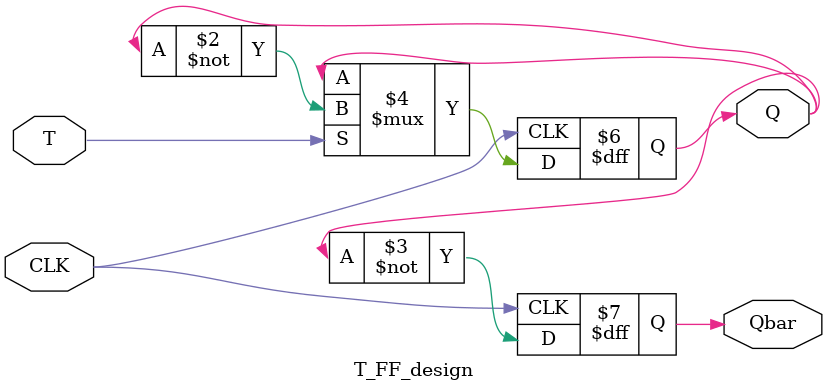
<source format=v>
module T_FF_design (
    input T, CLK,
    output reg Q,
    output reg Qbar
);

    always @(posedge CLK) begin
        if (T)
            Q <= ~Q;
        Qbar <= ~Q;
    end

endmodule

</source>
